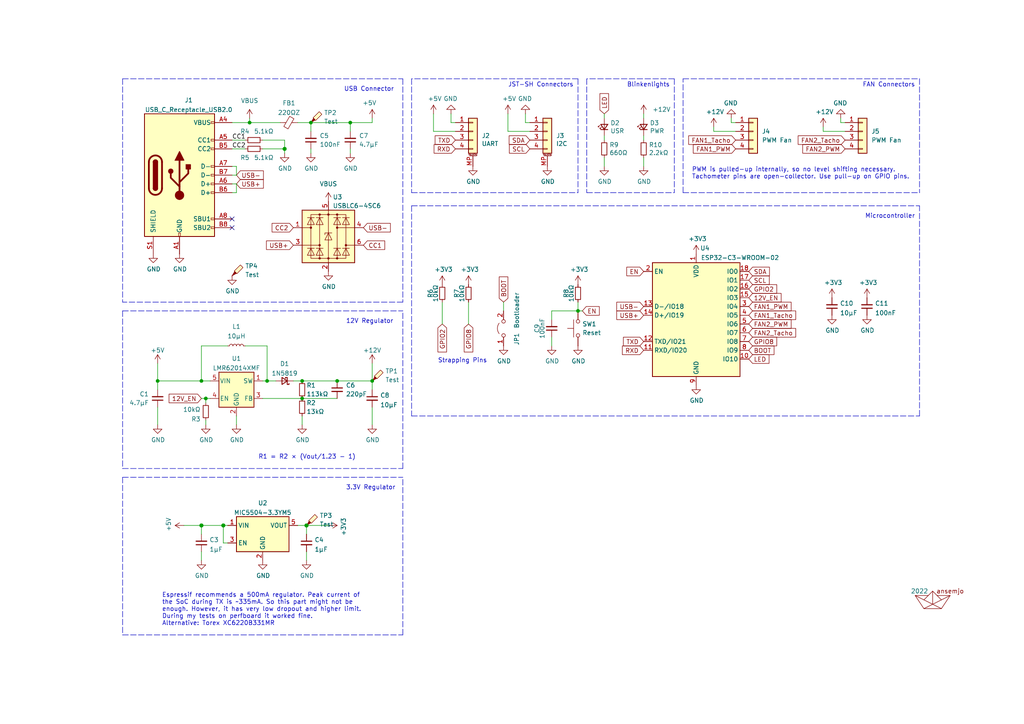
<source format=kicad_sch>
(kicad_sch (version 20211123) (generator eeschema)
  (paper "A4")
  (title_block (title "luftctl") (date "2021-09-02") (rev "1.0") (company "ansemjo") (comment 1 "PWM Fan Controller"))
  (lib_symbols
    (symbol "Connector:TestPoint_Probe" (pin_numbers hide) (pin_names (offset 0.762) hide)
      (property "Reference" "TP" (at 1.651 5.842 0))
      (property "Value" "TestPoint_Probe" (at 1.651 4.064 0))
      (symbol "TestPoint_Probe_0_1"
        (polyline (pts (xy 1.27 0.762) (xy 0 0) (xy 0.762 1.27) (xy 1.27 0.762)) (fill (type outline)))
        (polyline (pts (xy 1.397 0.635) (xy 0.635 1.397) (xy 2.413 3.175) (xy 3.175 2.413) (xy 1.397 0.635)) (fill (type background)))
      )
      (symbol "TestPoint_Probe_1_1"
        (pin passive line (at 0 0 90) (length 0) (name "1") (number "1"))
      )
    )
    (symbol "Connector:USB_C_Receptacle_USB2.0" (pin_names (offset 1.016))
      (property "Reference" "J" (at -10.16 19.05 0))
      (property "Value" "USB_C_Receptacle_USB2.0" (at 19.05 19.05 0))
      (symbol "USB_C_Receptacle_USB2.0_0_0"
        (rectangle (start -0.254 -17.78) (end 0.254 -16.764))
        (rectangle (start 10.16 -14.986) (end 9.144 -15.494))
        (rectangle (start 10.16 -12.446) (end 9.144 -12.954))
        (rectangle (start 10.16 -4.826) (end 9.144 -5.334))
        (rectangle (start 10.16 -2.286) (end 9.144 -2.794))
        (rectangle (start 10.16 0.254) (end 9.144 -0.254))
        (rectangle (start 10.16 2.794) (end 9.144 2.286))
        (rectangle (start 10.16 7.874) (end 9.144 7.366))
        (rectangle (start 10.16 10.414) (end 9.144 9.906))
        (rectangle (start 10.16 15.494) (end 9.144 14.986))
      )
      (symbol "USB_C_Receptacle_USB2.0_0_1"
        (rectangle (start -10.16 17.78) (end 10.16 -17.78) (stroke (width 0.254)) (fill (type background)))
        (arc (start -8.89 -3.81) (mid -6.985 -5.715) (end -5.08 -3.81) (stroke (width 0.508)))
        (arc (start -7.62 -3.81) (mid -6.985 -4.445) (end -6.35 -3.81) (stroke (width 0.254)))
        (arc (start -7.62 -3.81) (mid -6.985 -4.445) (end -6.35 -3.81) (stroke (width 0.254)) (fill (type outline)))
        (rectangle (start -7.62 -3.81) (end -6.35 3.81) (stroke (width 0.254)) (fill (type outline)))
        (arc (start -6.35 3.81) (mid -6.985 4.445) (end -7.62 3.81) (stroke (width 0.254)))
        (arc (start -6.35 3.81) (mid -6.985 4.445) (end -7.62 3.81) (stroke (width 0.254)) (fill (type outline)))
        (arc (start -5.08 3.81) (mid -6.985 5.715) (end -8.89 3.81) (stroke (width 0.508)))
        (circle (center -2.54 1.143) (radius 0.635) (stroke (width 0.254)) (fill (type outline)))
        (circle (center 0 -5.842) (radius 1.27) (fill (type outline)))
        (polyline (pts (xy -8.89 -3.81) (xy -8.89 3.81)) (stroke (width 0.508)))
        (polyline (pts (xy -5.08 3.81) (xy -5.08 -3.81)) (stroke (width 0.508)))
        (polyline (pts (xy 0 -5.842) (xy 0 4.318)) (stroke (width 0.508)))
        (polyline (pts (xy 0 -3.302) (xy -2.54 -0.762) (xy -2.54 0.508)) (stroke (width 0.508)))
        (polyline (pts (xy 0 -2.032) (xy 2.54 0.508) (xy 2.54 1.778)) (stroke (width 0.508)))
        (polyline (pts (xy -1.27 4.318) (xy 0 6.858) (xy 1.27 4.318) (xy -1.27 4.318)) (stroke (width 0.254)) (fill (type outline)))
        (rectangle (start 1.905 1.778) (end 3.175 3.048) (stroke (width 0.254)) (fill (type outline)))
      )
      (symbol "USB_C_Receptacle_USB2.0_1_1"
        (pin passive line (at 0 -22.86 90) (length 5.08) (name "GND") (number "A1"))
        (pin passive line (at 0 -22.86 90) (length 5.08) hide (name "GND") (number "A12"))
        (pin passive line (at 15.24 15.24 180) (length 5.08) (name "VBUS") (number "A4"))
        (pin bidirectional line (at 15.24 10.16 180) (length 5.08) (name "CC1") (number "A5"))
        (pin bidirectional line (at 15.24 -2.54 180) (length 5.08) (name "D+") (number "A6"))
        (pin bidirectional line (at 15.24 2.54 180) (length 5.08) (name "D-") (number "A7"))
        (pin bidirectional line (at 15.24 -12.7 180) (length 5.08) (name "SBU1") (number "A8"))
        (pin passive line (at 15.24 15.24 180) (length 5.08) hide (name "VBUS") (number "A9"))
        (pin passive line (at 0 -22.86 90) (length 5.08) hide (name "GND") (number "B1"))
        (pin passive line (at 0 -22.86 90) (length 5.08) hide (name "GND") (number "B12"))
        (pin passive line (at 15.24 15.24 180) (length 5.08) hide (name "VBUS") (number "B4"))
        (pin bidirectional line (at 15.24 7.62 180) (length 5.08) (name "CC2") (number "B5"))
        (pin bidirectional line (at 15.24 -5.08 180) (length 5.08) (name "D+") (number "B6"))
        (pin bidirectional line (at 15.24 0 180) (length 5.08) (name "D-") (number "B7"))
        (pin bidirectional line (at 15.24 -15.24 180) (length 5.08) (name "SBU2") (number "B8"))
        (pin passive line (at 15.24 15.24 180) (length 5.08) hide (name "VBUS") (number "B9"))
        (pin passive line (at -7.62 -22.86 90) (length 5.08) (name "SHIELD") (number "S1"))
      )
    )
    (symbol "Connector_Generic:Conn_01x04" (pin_names (offset 1.016) hide)
      (property "Reference" "J" (at 0 5.08 0))
      (property "Value" "Conn_01x04" (at 0 -7.62 0))
      (symbol "Conn_01x04_1_1"
        (rectangle (start -1.27 -4.953) (end 0 -5.207) (stroke (width 0.1524)))
        (rectangle (start -1.27 -2.413) (end 0 -2.667) (stroke (width 0.1524)))
        (rectangle (start -1.27 0.127) (end 0 -0.127) (stroke (width 0.1524)))
        (rectangle (start -1.27 2.667) (end 0 2.413) (stroke (width 0.1524)))
        (rectangle (start -1.27 3.81) (end 1.27 -6.35) (stroke (width 0.254)) (fill (type background)))
        (pin passive line (at -5.08 2.54 0) (length 3.81) (name "Pin_1") (number "1"))
        (pin passive line (at -5.08 0 0) (length 3.81) (name "Pin_2") (number "2"))
        (pin passive line (at -5.08 -2.54 0) (length 3.81) (name "Pin_3") (number "3"))
        (pin passive line (at -5.08 -5.08 0) (length 3.81) (name "Pin_4") (number "4"))
      )
    )
    (symbol "Connector_Generic_MountingPin:Conn_01x04_MountingPin" (pin_names (offset 1.016) hide)
      (property "Reference" "J" (at 0 5.08 0))
      (property "Value" "Conn_01x04_MountingPin" (at 1.27 -7.62 0))
      (symbol "Conn_01x04_MountingPin_1_1"
        (rectangle (start -1.27 -4.953) (end 0 -5.207) (stroke (width 0.1524)))
        (rectangle (start -1.27 -2.413) (end 0 -2.667) (stroke (width 0.1524)))
        (rectangle (start -1.27 0.127) (end 0 -0.127) (stroke (width 0.1524)))
        (rectangle (start -1.27 2.667) (end 0 2.413) (stroke (width 0.1524)))
        (rectangle (start -1.27 3.81) (end 1.27 -6.35) (stroke (width 0.254)) (fill (type background)))
        (polyline (pts (xy -1.016 -7.112) (xy 1.016 -7.112)) (stroke (width 0.1524)))
        (text "Mounting" (at 0 -6.731 0) (effects (font (size 0.381 0.381))))
        (pin passive line (at -5.08 2.54 0) (length 3.81) (name "Pin_1") (number "1"))
        (pin passive line (at -5.08 0 0) (length 3.81) (name "Pin_2") (number "2"))
        (pin passive line (at -5.08 -2.54 0) (length 3.81) (name "Pin_3") (number "3"))
        (pin passive line (at -5.08 -5.08 0) (length 3.81) (name "Pin_4") (number "4"))
        (pin passive line (at 0 -10.16 90) (length 3.048) (name "MountPin") (number "MP"))
      )
    )
    (symbol "Device:C_Small" (pin_numbers hide) (pin_names (offset 0.254) hide)
      (property "Reference" "C" (at 0.254 1.778 0))
      (property "Value" "C_Small" (at 0.254 -2.032 0))
      (symbol "C_Small_0_1"
        (polyline (pts (xy -1.524 -0.508) (xy 1.524 -0.508)) (stroke (width 0.3302)))
        (polyline (pts (xy -1.524 0.508) (xy 1.524 0.508)) (stroke (width 0.3048)))
      )
      (symbol "C_Small_1_1"
        (pin passive line (at 0 2.54 270) (length 2.032) (name "~") (number "1"))
        (pin passive line (at 0 -2.54 90) (length 2.032) (name "~") (number "2"))
      )
    )
    (symbol "Device:D_Schottky_Small" (pin_numbers hide) (pin_names (offset 0.254) hide)
      (property "Reference" "D" (at -1.27 2.032 0))
      (property "Value" "D_Schottky_Small" (at -7.112 -2.032 0))
      (symbol "D_Schottky_Small_0_1"
        (polyline (pts (xy -0.762 0) (xy 0.762 0)))
        (polyline (pts (xy 0.762 -1.016) (xy -0.762 0) (xy 0.762 1.016) (xy 0.762 -1.016)) (stroke (width 0.254)))
        (polyline (pts (xy -1.27 0.762) (xy -1.27 1.016) (xy -0.762 1.016) (xy -0.762 -1.016) (xy -0.254 -1.016) (xy -0.254 -0.762)) (stroke (width 0.254)))
      )
      (symbol "D_Schottky_Small_1_1"
        (pin passive line (at -2.54 0 0) (length 1.778) (name "K") (number "1"))
        (pin passive line (at 2.54 0 180) (length 1.778) (name "A") (number "2"))
      )
    )
    (symbol "Device:Ferrite_Bead_Small" (pin_numbers hide) (pin_names (offset 0))
      (property "Reference" "FB" (at 1.905 1.27 0))
      (property "Value" "Ferrite_Bead_Small" (at 1.905 -1.27 0))
      (symbol "Ferrite_Bead_Small_0_1"
        (polyline (pts (xy 0 -1.27) (xy 0 -0.7874)))
        (polyline (pts (xy 0 0.889) (xy 0 1.2954)))
        (polyline (pts (xy -1.8288 0.2794) (xy -1.1176 1.4986) (xy 1.8288 -0.2032) (xy 1.1176 -1.4224) (xy -1.8288 0.2794)))
      )
      (symbol "Ferrite_Bead_Small_1_1"
        (pin passive line (at 0 2.54 270) (length 1.27) (name "~") (number "1"))
        (pin passive line (at 0 -2.54 90) (length 1.27) (name "~") (number "2"))
      )
    )
    (symbol "Device:LED_Small" (pin_numbers hide) (pin_names (offset 0.254) hide)
      (property "Reference" "D" (at -1.27 3.175 0))
      (property "Value" "LED_Small" (at -4.445 -2.54 0))
      (symbol "LED_Small_0_1"
        (polyline (pts (xy -0.762 -1.016) (xy -0.762 1.016)) (stroke (width 0.254)))
        (polyline (pts (xy 1.016 0) (xy -0.762 0)))
        (polyline (pts (xy 0.762 -1.016) (xy -0.762 0) (xy 0.762 1.016) (xy 0.762 -1.016)) (stroke (width 0.254)))
        (polyline (pts (xy 0 0.762) (xy -0.508 1.27) (xy -0.254 1.27) (xy -0.508 1.27) (xy -0.508 1.016)))
        (polyline (pts (xy 0.508 1.27) (xy 0 1.778) (xy 0.254 1.778) (xy 0 1.778) (xy 0 1.524)))
      )
      (symbol "LED_Small_1_1"
        (pin passive line (at -2.54 0 0) (length 1.778) (name "K") (number "1"))
        (pin passive line (at 2.54 0 180) (length 1.778) (name "A") (number "2"))
      )
    )
    (symbol "Device:L_Small" (pin_numbers hide) (pin_names (offset 0.254) hide)
      (property "Reference" "L" (at 0.762 1.016 0))
      (property "Value" "L_Small" (at 0.762 -1.016 0))
      (symbol "L_Small_0_1"
        (arc (start 0 -2.032) (mid 0.508 -1.524) (end 0 -1.016))
        (arc (start 0 -1.016) (mid 0.508 -0.508) (end 0 0))
        (arc (start 0 0) (mid 0.508 0.508) (end 0 1.016))
        (arc (start 0 1.016) (mid 0.508 1.524) (end 0 2.032))
      )
      (symbol "L_Small_1_1"
        (pin passive line (at 0 2.54 270) (length 0.508) (name "~") (number "1"))
        (pin passive line (at 0 -2.54 90) (length 0.508) (name "~") (number "2"))
      )
    )
    (symbol "Device:R_Small" (pin_numbers hide) (pin_names (offset 0.254) hide)
      (property "Reference" "R" (at 0.762 0.508 0))
      (property "Value" "R_Small" (at 0.762 -1.016 0))
      (symbol "R_Small_0_1"
        (rectangle (start -0.762 1.778) (end 0.762 -1.778) (stroke (width 0.2032)))
      )
      (symbol "R_Small_1_1"
        (pin passive line (at 0 2.54 270) (length 0.762) (name "~") (number "1"))
        (pin passive line (at 0 -2.54 90) (length 0.762) (name "~") (number "2"))
      )
    )
    (symbol "Jumper:Jumper_2_Open" (pin_names (offset 0) hide)
      (property "Reference" "JP" (at 0 2.794 0))
      (property "Value" "Jumper_2_Open" (at 0 -2.286 0))
      (symbol "Jumper_2_Open_0_0"
        (circle (center -2.032 0) (radius 0.508))
        (circle (center 2.032 0) (radius 0.508))
      )
      (symbol "Jumper_2_Open_0_1"
        (arc (start 1.524 1.27) (mid 0 1.778) (end -1.524 1.27))
      )
      (symbol "Jumper_2_Open_1_1"
        (pin passive line (at -5.08 0 0) (length 2.54) (name "A") (number "1"))
        (pin passive line (at 5.08 0 180) (length 2.54) (name "B") (number "2"))
      )
    )
    (symbol "Power_Protection:USBLC6-4SC6" (pin_names hide)
      (property "Reference" "U" (at 2.54 8.89 0))
      (property "Value" "USBLC6-4SC6" (at 2.54 -8.89 0))
      (symbol "USBLC6-4SC6_0_1"
        (rectangle (start -7.62 -7.62) (end 7.62 7.62) (stroke (width 0.254)) (fill (type background)))
        (circle (center -5.08 2.54) (radius 0.254) (fill (type outline)))
        (circle (center -2.54 -6.35) (radius 0.254) (fill (type outline)))
        (circle (center -2.54 -2.54) (radius 0.254) (fill (type outline)))
        (circle (center -2.54 6.35) (radius 0.254) (fill (type outline)))
        (rectangle (start -2.54 6.35) (end 2.54 -6.35))
        (circle (center 0 -6.35) (radius 0.254) (fill (type outline)))
        (polyline (pts (xy -5.08 2.54) (xy -7.62 2.54)))
        (polyline (pts (xy -4.064 -3.429) (xy -6.096 -3.429)))
        (polyline (pts (xy -4.064 5.461) (xy -6.096 5.461)))
        (polyline (pts (xy -2.54 -2.54) (xy -7.62 -2.54)))
        (polyline (pts (xy -1.524 -3.429) (xy -3.556 -3.429)))
        (polyline (pts (xy -1.524 5.461) (xy -3.556 5.461)))
        (polyline (pts (xy 0 -7.62) (xy 0 -6.35)))
        (polyline (pts (xy 0 -6.35) (xy 0 1.27)))
        (polyline (pts (xy 0 1.27) (xy 0 6.35)))
        (polyline (pts (xy 0 6.35) (xy 0 7.62)))
        (polyline (pts (xy 1.524 -3.429) (xy 3.556 -3.429)))
        (polyline (pts (xy 1.524 5.461) (xy 3.556 5.461)))
        (polyline (pts (xy 2.54 2.54) (xy 7.62 2.54)))
        (polyline (pts (xy 4.064 -3.429) (xy 6.096 -3.429)))
        (polyline (pts (xy 4.064 5.461) (xy 6.096 5.461)))
        (polyline (pts (xy 5.08 -2.54) (xy 7.62 -2.54)))
        (polyline (pts (xy -6.096 -5.461) (xy -4.064 -5.461) (xy -5.08 -3.429) (xy -6.096 -5.461)))
        (polyline (pts (xy -6.096 3.429) (xy -4.064 3.429) (xy -5.08 5.461) (xy -6.096 3.429)))
        (polyline (pts (xy -3.556 -5.461) (xy -1.524 -5.461) (xy -2.54 -3.429) (xy -3.556 -5.461)))
        (polyline (pts (xy -3.556 3.429) (xy -1.524 3.429) (xy -2.54 5.461) (xy -3.556 3.429)))
        (polyline (pts (xy -2.54 6.35) (xy -5.08 6.35) (xy -5.08 -6.35) (xy -2.54 -6.35)))
        (polyline (pts (xy -1.016 -1.016) (xy 1.016 -1.016) (xy 0 1.016) (xy -1.016 -1.016)))
        (polyline (pts (xy 1.016 1.016) (xy 0.762 1.016) (xy -1.016 1.016) (xy -1.016 0.508)))
        (polyline (pts (xy 2.54 6.35) (xy 5.08 6.35) (xy 5.08 -6.35) (xy 2.54 -6.35)))
        (polyline (pts (xy 3.556 -5.461) (xy 1.524 -5.461) (xy 2.54 -3.429) (xy 3.556 -5.461)))
        (polyline (pts (xy 3.556 3.429) (xy 1.524 3.429) (xy 2.54 5.461) (xy 3.556 3.429)))
        (polyline (pts (xy 6.096 -5.461) (xy 4.064 -5.461) (xy 5.08 -3.429) (xy 6.096 -5.461)))
        (polyline (pts (xy 6.096 3.429) (xy 4.064 3.429) (xy 5.08 5.461) (xy 6.096 3.429)))
        (circle (center 0 6.35) (radius 0.254) (fill (type outline)))
        (circle (center 2.54 -6.35) (radius 0.254) (fill (type outline)))
        (circle (center 2.54 2.54) (radius 0.254) (fill (type outline)))
        (circle (center 2.54 6.35) (radius 0.254) (fill (type outline)))
        (circle (center 5.08 -2.54) (radius 0.254) (fill (type outline)))
      )
      (symbol "USBLC6-4SC6_1_1"
        (pin passive line (at -10.16 2.54 0) (length 2.54) (name "I/O1") (number "1"))
        (pin passive line (at 0 -10.16 90) (length 2.54) (name "GND") (number "2"))
        (pin passive line (at -10.16 -2.54 0) (length 2.54) (name "I/O2") (number "3"))
        (pin passive line (at 10.16 2.54 180) (length 2.54) (name "I/O3") (number "4"))
        (pin passive line (at 0 10.16 270) (length 2.54) (name "VBUS") (number "5"))
        (pin passive line (at 10.16 -2.54 180) (length 2.54) (name "I/O4") (number "6"))
      )
    )
    (symbol "Regulator_Linear:MIC5504-3.3YM5"
      (property "Reference" "U" (at -7.62 8.89 0))
      (property "Value" "MIC5504-3.3YM5" (at -7.62 6.35 0))
      (symbol "MIC5504-3.3YM5_0_1"
        (rectangle (start -7.62 -5.08) (end 7.62 5.08) (stroke (width 0.254)) (fill (type background)))
      )
      (symbol "MIC5504-3.3YM5_1_1"
        (pin power_in line (at -10.16 2.54 0) (length 2.54) (name "VIN") (number "1"))
        (pin power_in line (at 0 -7.62 90) (length 2.54) (name "GND") (number "2"))
        (pin input line (at -10.16 -2.54 0) (length 2.54) (name "EN") (number "3"))
        (pin no_connect line (at 7.62 -2.54 180) (length 2.54) hide (name "NC") (number "4"))
        (pin power_out line (at 10.16 2.54 180) (length 2.54) (name "VOUT") (number "5"))
      )
    )
    (symbol "Regulator_Switching:LMR62014XMF" (pin_names (offset 0.254))
      (property "Reference" "U" (at -5.08 6.35 0))
      (property "Value" "LMR62014XMF" (at 0 6.35 0))
      (symbol "LMR62014XMF_0_1"
        (rectangle (start -5.08 5.08) (end 5.08 -5.08) (stroke (width 0.254)) (fill (type background)))
      )
      (symbol "LMR62014XMF_1_1"
        (pin output line (at 7.62 2.54 180) (length 2.54) (name "SW") (number "1"))
        (pin power_in line (at 0 -7.62 90) (length 2.54) (name "GND") (number "2"))
        (pin input line (at 7.62 -2.54 180) (length 2.54) (name "FB") (number "3"))
        (pin input line (at -7.62 -2.54 0) (length 2.54) (name "EN") (number "4"))
        (pin input line (at -7.62 2.54 0) (length 2.54) (name "VIN") (number "5"))
      )
    )
    (symbol "Switch:SW_Push" (pin_numbers hide) (pin_names (offset 1.016) hide)
      (property "Reference" "SW" (at 1.27 2.54 0))
      (property "Value" "SW_Push" (at 0 -1.524 0))
      (symbol "SW_Push_0_1"
        (circle (center -2.032 0) (radius 0.508))
        (polyline (pts (xy 0 1.27) (xy 0 3.048)))
        (polyline (pts (xy 2.54 1.27) (xy -2.54 1.27)))
        (circle (center 2.032 0) (radius 0.508))
        (pin passive line (at -5.08 0 0) (length 2.54) (name "1") (number "1"))
        (pin passive line (at 5.08 0 180) (length 2.54) (name "2") (number "2"))
      )
    )
    (symbol "ansemjo:ahoi" (pin_names (offset 1.016))
      (property "Value" "ahoi" (at -3.81 0 0))
      (symbol "ahoi_0_0"
        (text "ansemjo" (at 5.08 0 0) (effects (font (size 1.27 1.27))))
      )
      (symbol "ahoi_0_1"
        (polyline (pts (xy 0 -3.81) (xy -2.54 -5.08)))
        (polyline (pts (xy 0 -3.81) (xy 2.54 -5.08)))
        (polyline (pts (xy 0 0) (xy -2.54 -2.54)))
        (polyline (pts (xy 0 0) (xy 0 -3.81)))
        (polyline (pts (xy 0 0) (xy 2.54 -2.54)))
        (polyline (pts (xy -5.08 -1.27) (xy -2.54 -5.08) (xy 2.54 -5.08) (xy 5.08 -1.27)))
        (polyline (pts (xy -1.27 -1.27) (xy -5.08 -1.27) (xy 0 -3.81) (xy 5.08 -1.27) (xy 1.27 -1.27)))
      )
    )
    (symbol "local:ESP32-C3-WROOM-02"
      (property "Reference" "U" (at -12.7 34.29 0))
      (property "Value" "ESP32-C3-WROOM-02" (at 1.27 34.29 0))
      (symbol "ESP32-C3-WROOM-02_0_1"
        (rectangle (start -12.7 33.02) (end 12.7 0) (stroke (width 0.254)) (fill (type background)))
      )
      (symbol "ESP32-C3-WROOM-02_1_1"
        (pin power_in line (at 0 35.56 270) (length 2.54) (name "VDD") (number "1"))
        (pin bidirectional line (at 15.24 5.08 180) (length 2.54) (name "IO10") (number "10"))
        (pin bidirectional line (at -15.24 7.62 0) (length 2.54) (name "RXD/IO20") (number "11"))
        (pin bidirectional line (at -15.24 10.16 0) (length 2.54) (name "TXD/IO21") (number "12"))
        (pin bidirectional line (at -15.24 20.32 0) (length 2.54) (name "D-/IO18") (number "13"))
        (pin bidirectional line (at -15.24 17.78 0) (length 2.54) (name "D+/IO19") (number "14"))
        (pin bidirectional line (at 15.24 22.86 180) (length 2.54) (name "IO3") (number "15"))
        (pin bidirectional line (at 15.24 25.4 180) (length 2.54) (name "IO2") (number "16"))
        (pin bidirectional line (at 15.24 27.94 180) (length 2.54) (name "IO1") (number "17"))
        (pin bidirectional line (at 15.24 30.48 180) (length 2.54) (name "IO0") (number "18"))
        (pin passive line (at 0 -2.54 90) (length 2.54) hide (name "GND") (number "19"))
        (pin input line (at -15.24 30.48 0) (length 2.54) (name "EN") (number "2"))
        (pin bidirectional line (at 15.24 20.32 180) (length 2.54) (name "IO4") (number "3"))
        (pin bidirectional line (at 15.24 17.78 180) (length 2.54) (name "IO5") (number "4"))
        (pin bidirectional line (at 15.24 15.24 180) (length 2.54) (name "IO6") (number "5"))
        (pin bidirectional line (at 15.24 12.7 180) (length 2.54) (name "IO7") (number "6"))
        (pin bidirectional line (at 15.24 10.16 180) (length 2.54) (name "IO8") (number "7"))
        (pin bidirectional line (at 15.24 7.62 180) (length 2.54) (name "IO9") (number "8"))
        (pin power_in line (at 0 -2.54 90) (length 2.54) (name "GND") (number "9"))
      )
    )
    (symbol "power:+12V" (power) (pin_names (offset 0))
      (property "Value" "+12V" (at 0 3.556 0))
      (symbol "+12V_0_1"
        (polyline (pts (xy -0.762 1.27) (xy 0 2.54)))
        (polyline (pts (xy 0 0) (xy 0 2.54)))
        (polyline (pts (xy 0 2.54) (xy 0.762 1.27)))
      )
      (symbol "+12V_1_1"
        (pin power_in line (at 0 0 90) (length 0) hide (name "+12V") (number "1"))
      )
    )
    (symbol "power:+3.3V" (power) (pin_names (offset 0))
      (property "Value" "+3.3V" (at 0 3.556 0))
      (symbol "+3.3V_0_1"
        (polyline (pts (xy -0.762 1.27) (xy 0 2.54)))
        (polyline (pts (xy 0 0) (xy 0 2.54)))
        (polyline (pts (xy 0 2.54) (xy 0.762 1.27)))
      )
      (symbol "+3.3V_1_1"
        (pin power_in line (at 0 0 90) (length 0) hide (name "+3V3") (number "1"))
      )
    )
    (symbol "power:+5V" (power) (pin_names (offset 0))
      (property "Value" "+5V" (at 0 3.556 0))
      (symbol "+5V_0_1"
        (polyline (pts (xy -0.762 1.27) (xy 0 2.54)))
        (polyline (pts (xy 0 0) (xy 0 2.54)))
        (polyline (pts (xy 0 2.54) (xy 0.762 1.27)))
      )
      (symbol "+5V_1_1"
        (pin power_in line (at 0 0 90) (length 0) hide (name "+5V") (number "1"))
      )
    )
    (symbol "power:GND" (power) (pin_names (offset 0))
      (property "Value" "GND" (at 0 -3.81 0))
      (symbol "GND_0_1"
        (polyline (pts (xy 0 0) (xy 0 -1.27) (xy 1.27 -1.27) (xy 0 -2.54) (xy -1.27 -1.27) (xy 0 -1.27)))
      )
      (symbol "GND_1_1"
        (pin power_in line (at 0 0 270) (length 0) hide (name "GND") (number "1"))
      )
    )
    (symbol "power:VBUS" (power) (pin_names (offset 0))
      (property "Value" "VBUS" (at 0 3.81 0))
      (symbol "VBUS_0_1"
        (polyline (pts (xy -0.762 1.27) (xy 0 2.54)))
        (polyline (pts (xy 0 0) (xy 0 2.54)))
        (polyline (pts (xy 0 2.54) (xy 0.762 1.27)))
      )
      (symbol "VBUS_1_1"
        (pin power_in line (at 0 0 90) (length 0) hide (name "VBUS") (number "1"))
      )
    )
  )
  (junction (at 58.42 110.49))
  (junction (at 167.64 90.17))
  (junction (at 58.42 152.4) (diameter 1.016))
  (junction (at 59.69 115.57))
  (junction (at 90.17 35.56))
  (junction (at 45.72 110.49))
  (junction (at 82.55 43.18) (diameter 1.016))
  (junction (at 87.63 110.49))
  (junction (at 88.9 152.4) (diameter 1.016))
  (junction (at 97.79 110.49))
  (junction (at 101.6 35.56))
  (junction (at 72.39 35.56))
  (junction (at 107.95 110.49))
  (junction (at 77.47 110.49))
  (junction (at 64.77 152.4) (diameter 1.016))
  (junction (at 87.63 115.57))
  (no_connect (at 67.31 63.5))
  (no_connect (at 67.31 66.04))
  (wire (pts (xy 186.69 33.02) (xy 186.69 34.29)))
  (wire (pts (xy 90.17 43.18) (xy 90.17 44.45)))
  (polyline (pts (xy 195.58 22.86) (xy 195.58 55.88)) (stroke (width 0) (type dash)))
  (wire (pts (xy 86.36 152.4) (xy 88.9 152.4)))
  (wire (pts (xy 88.9 152.4) (xy 95.25 152.4)))
  (wire (pts (xy 86.36 35.56) (xy 90.17 35.56)))
  (wire (pts (xy 72.39 35.56) (xy 81.28 35.56)))
  (polyline (pts (xy 119.38 59.69) (xy 119.38 120.65)))
  (wire (pts (xy 101.6 35.56) (xy 101.6 38.1)))
  (wire (pts (xy 72.39 34.29) (xy 72.39 35.56)))
  (wire (pts (xy 67.31 35.56) (xy 72.39 35.56)))
  (wire (pts (xy 90.17 35.56) (xy 101.6 35.56)))
  (polyline (pts (xy 119.38 59.69) (xy 266.7 59.69)))
  (polyline (pts (xy 35.56 22.86) (xy 35.56 87.63)))
  (wire (pts (xy 45.72 110.49) (xy 58.42 110.49)))
  (polyline (pts (xy 116.84 87.63) (xy 35.56 87.63)))
  (wire (pts (xy 212.09 34.29) (xy 212.09 35.56)))
  (wire (pts (xy 135.89 87.63) (xy 135.89 93.98)))
  (wire (pts (xy 243.84 35.56) (xy 245.11 35.56)))
  (wire (pts (xy 160.02 90.17) (xy 167.64 90.17)))
  (wire (pts (xy 67.31 43.18) (xy 71.12 43.18)))
  (wire (pts (xy 77.47 110.49) (xy 76.2 110.49)))
  (wire (pts (xy 77.47 110.49) (xy 80.01 110.49)))
  (polyline (pts (xy 35.56 184.15) (xy 116.84 184.15)))
  (wire (pts (xy 88.9 160.02) (xy 88.9 162.56)))
  (wire (pts (xy 107.95 35.56) (xy 107.95 34.29)))
  (wire (pts (xy 160.02 97.79) (xy 160.02 100.33)))
  (polyline (pts (xy 266.7 120.65) (xy 266.7 59.69)))
  (wire (pts (xy 87.63 110.49) (xy 97.79 110.49)))
  (polyline (pts (xy 35.56 22.86) (xy 116.84 22.86)))
  (polyline (pts (xy 119.38 22.86) (xy 119.38 55.88)))
  (polyline (pts (xy 266.7 22.86) (xy 266.7 55.88)))
  (wire (pts (xy 76.2 40.64) (xy 82.55 40.64)))
  (wire (pts (xy 82.55 40.64) (xy 82.55 43.18)))
  (wire (pts (xy 59.69 115.57) (xy 60.96 115.57)))
  (wire (pts (xy 101.6 43.18) (xy 101.6 44.45)))
  (wire (pts (xy 130.81 35.56) (xy 132.08 35.56)))
  (wire (pts (xy 152.4 35.56) (xy 153.67 35.56)))
  (wire (pts (xy 64.77 152.4) (xy 66.04 152.4)))
  (wire (pts (xy 64.77 157.48) (xy 64.77 152.4)))
  (wire (pts (xy 66.04 157.48) (xy 64.77 157.48)))
  (wire (pts (xy 45.72 105.41) (xy 45.72 110.49)))
  (wire (pts (xy 125.73 38.1) (xy 125.73 33.02)))
  (wire (pts (xy 238.76 36.83) (xy 238.76 38.1)))
  (wire (pts (xy 160.02 90.17) (xy 160.02 92.71)))
  (polyline (pts (xy 35.56 138.43) (xy 35.56 184.15)))
  (wire (pts (xy 175.26 45.72) (xy 175.26 48.26)))
  (wire (pts (xy 88.9 152.4) (xy 88.9 154.94)))
  (wire (pts (xy 87.63 115.57) (xy 97.79 115.57)))
  (polyline (pts (xy 195.58 22.86) (xy 170.18 22.86)) (stroke (width 0) (type dash)))
  (wire (pts (xy 107.95 118.11) (xy 107.95 123.19)))
  (wire (pts (xy 58.42 152.4) (xy 64.77 152.4)))
  (wire (pts (xy 58.42 154.94) (xy 58.42 152.4)))
  (wire (pts (xy 45.72 118.11) (xy 45.72 123.19)))
  (wire (pts (xy 186.69 39.37) (xy 186.69 40.64)))
  (wire (pts (xy 67.31 55.88) (xy 68.58 55.88)))
  (wire (pts (xy 68.58 53.34) (xy 67.31 53.34)))
  (wire (pts (xy 68.58 55.88) (xy 68.58 53.34)))
  (wire (pts (xy 132.08 38.1) (xy 125.73 38.1)))
  (wire (pts (xy 107.95 105.41) (xy 107.95 110.49)))
  (polyline (pts (xy 198.12 55.88) (xy 266.7 55.88)))
  (polyline (pts (xy 198.12 22.86) (xy 266.7 22.86)))
  (polyline (pts (xy 116.84 22.86) (xy 116.84 87.63)))
  (polyline (pts (xy 198.12 55.88) (xy 198.12 22.86)))
  (polyline (pts (xy 167.64 22.86) (xy 119.38 22.86)))
  (wire (pts (xy 67.31 48.26) (xy 68.58 48.26)))
  (wire (pts (xy 68.58 48.26) (xy 68.58 50.8)))
  (wire (pts (xy 68.58 50.8) (xy 67.31 50.8)))
  (wire (pts (xy 97.79 110.49) (xy 107.95 110.49)))
  (wire (pts (xy 213.36 38.1) (xy 207.01 38.1)))
  (wire (pts (xy 87.63 120.65) (xy 87.63 123.19)))
  (wire (pts (xy 175.26 33.02) (xy 175.26 34.29)))
  (wire (pts (xy 167.64 90.17) (xy 168.91 90.17)))
  (wire (pts (xy 58.42 100.33) (xy 66.04 100.33)))
  (wire (pts (xy 76.2 43.18) (xy 82.55 43.18)))
  (wire (pts (xy 82.55 43.18) (xy 82.55 44.45)))
  (wire (pts (xy 76.2 115.57) (xy 87.63 115.57)))
  (wire (pts (xy 153.67 38.1) (xy 147.32 38.1)))
  (wire (pts (xy 58.42 160.02) (xy 58.42 162.56)))
  (polyline (pts (xy 167.64 22.86) (xy 167.64 55.88)))
  (polyline (pts (xy 35.56 138.43) (xy 116.84 138.43)))
  (wire (pts (xy 90.17 35.56) (xy 90.17 38.1)))
  (polyline (pts (xy 170.18 55.88) (xy 195.58 55.88)) (stroke (width 0) (type dash)))
  (wire (pts (xy 45.72 110.49) (xy 45.72 113.03)))
  (wire (pts (xy 152.4 33.02) (xy 152.4 35.56)))
  (wire (pts (xy 71.12 100.33) (xy 77.47 100.33)))
  (wire (pts (xy 59.69 121.92) (xy 59.69 123.19)))
  (wire (pts (xy 245.11 38.1) (xy 238.76 38.1)))
  (wire (pts (xy 67.31 40.64) (xy 71.12 40.64)))
  (polyline (pts (xy 116.84 184.15) (xy 116.84 138.43)))
  (polyline (pts (xy 119.38 55.88) (xy 167.64 55.88)))
  (wire (pts (xy 101.6 35.56) (xy 107.95 35.56)))
  (polyline (pts (xy 116.84 135.89) (xy 116.84 90.17)))
  (polyline (pts (xy 35.56 90.17) (xy 116.84 90.17)))
  (wire (pts (xy 77.47 100.33) (xy 77.47 110.49)))
  (wire (pts (xy 58.42 110.49) (xy 60.96 110.49)))
  (polyline (pts (xy 35.56 90.17) (xy 35.56 135.89)))
  (wire (pts (xy 128.27 87.63) (xy 128.27 93.98)))
  (wire (pts (xy 175.26 39.37) (xy 175.26 40.64)))
  (wire (pts (xy 68.58 120.65) (xy 68.58 123.19)))
  (wire (pts (xy 243.84 34.29) (xy 243.84 35.56)))
  (wire (pts (xy 167.64 87.63) (xy 167.64 90.17)))
  (polyline (pts (xy 170.18 22.86) (xy 170.18 55.88)) (stroke (width 0) (type dash)))
  (wire (pts (xy 59.69 115.57) (xy 59.69 116.84)))
  (wire (pts (xy 146.05 87.63) (xy 146.05 90.17)))
  (wire (pts (xy 53.34 152.4) (xy 58.42 152.4)))
  (wire (pts (xy 58.42 100.33) (xy 58.42 110.49)))
  (wire (pts (xy 186.69 45.72) (xy 186.69 48.26)))
  (wire (pts (xy 130.81 33.02) (xy 130.81 35.56)))
  (polyline (pts (xy 35.56 135.89) (xy 116.84 135.89)))
  (wire (pts (xy 212.09 35.56) (xy 213.36 35.56)))
  (wire (pts (xy 58.42 115.57) (xy 59.69 115.57)))
  (wire (pts (xy 147.32 38.1) (xy 147.32 33.02)))
  (wire (pts (xy 85.09 110.49) (xy 87.63 110.49)))
  (wire (pts (xy 207.01 36.83) (xy 207.01 38.1)))
  (polyline (pts (xy 119.38 120.65) (xy 266.7 120.65)))
  (wire (pts (xy 107.95 110.49) (xy 107.95 113.03)))
  (text "3.3V Regulator" (at 100.33 142.24 0) (effects (font (size 1.27 1.27)) (justify left bottom)))
  (text "PWM is pulled-up internally, so no level shifting necessary.\nTachometer pins are open-collector. Use pull-up on GPIO pins." (at 200.66 52.07 0) (effects (font (size 1.27 1.27)) (justify left bottom)))
  (text "12V Regulator" (at 100.33 93.98 0) (effects (font (size 1.27 1.27)) (justify left bottom)))
  (text "Strapping Pins" (at 127 105.41 0) (effects (font (size 1.27 1.27)) (justify left bottom)))
  (text "USB Connector" (at 114.3 26.67 180) (effects (font (size 1.27 1.27)) (justify right bottom)))
  (text "JST-SH Connectors" (at 166.37 25.4 180) (effects (font (size 1.27 1.27)) (justify right bottom)))
  (text "Microcontroller" (at 265.43 63.5 180) (effects (font (size 1.27 1.27)) (justify right bottom)))
  (text "FAN Connectors" (at 265.43 25.4 180) (effects (font (size 1.27 1.27)) (justify right bottom)))
  (text "R1 = R2 × (Vout/1.23 - 1)" (at 74.93 133.35 0) (effects (font (size 1.27 1.27)) (justify left bottom)))
  (text "Blinkenlights" (at 194.31 25.4 180) (effects (font (size 1.27 1.27)) (justify right bottom)))
  (text "Espressif recommends a 500mA regulator. Peak current of\nthe SoC during TX is ~335mA. So this part might not be\nenough. However, it has very low dropout and higher limit.\nDuring my tests on perfboard it worked fine.\nAlternative: Torex XC6220B331MR" (at 46.99 181.61 0) (effects (font (size 1.27 1.27)) (justify left bottom)))
  (label "CC2" (at 67.31 43.18 0))
  (label "CC1" (at 67.31 40.64 0))
  (global_label "EN" (shape input) (at 186.69 78.74 180) (property "Intersheet References" "${INTERSHEET_REFS}" (effects hide)))
  (global_label "USB+" (shape input) (at 68.58 53.34 0) (property "Intersheet References" "${INTERSHEET_REFS}" (effects hide)))
  (global_label "FAN2_Tacho" (shape input) (at 217.17 96.52 0) (property "Intersheet References" "${INTERSHEET_REFS}" (effects hide)))
  (global_label "FAN1_Tacho" (shape input) (at 217.17 91.44 0) (property "Intersheet References" "${INTERSHEET_REFS}" (effects hide)))
  (global_label "TXD" (shape input) (at 132.08 40.64 180) (property "Intersheet References" "${INTERSHEET_REFS}" (effects hide)))
  (global_label "GPIO8" (shape input) (at 135.89 93.98 270) (property "Intersheet References" "${INTERSHEET_REFS}" (effects hide)))
  (global_label "SCL" (shape input) (at 217.17 81.28 0) (property "Intersheet References" "${INTERSHEET_REFS}" (effects hide)))
  (global_label "USB+" (shape input) (at 186.69 91.44 180) (property "Intersheet References" "${INTERSHEET_REFS}" (effects hide)))
  (global_label "FAN2_Tacho" (shape input) (at 245.11 40.64 180) (property "Intersheet References" "${INTERSHEET_REFS}" (effects hide)))
  (global_label "USB+" (shape input) (at 85.09 71.12 180) (property "Intersheet References" "${INTERSHEET_REFS}" (effects hide)))
  (global_label "12V_EN" (shape input) (at 217.17 86.36 0) (property "Intersheet References" "${INTERSHEET_REFS}" (effects hide)))
  (global_label "TXD" (shape input) (at 186.69 99.06 180) (property "Intersheet References" "${INTERSHEET_REFS}" (effects hide)))
  (global_label "FAN2_PWM" (shape input) (at 245.11 43.18 180) (property "Intersheet References" "${INTERSHEET_REFS}" (effects hide)))
  (global_label "GPIO2" (shape input) (at 128.27 93.98 270) (property "Intersheet References" "${INTERSHEET_REFS}" (effects hide)))
  (global_label "CC1" (shape input) (at 105.41 71.12 0) (property "Intersheet References" "${INTERSHEET_REFS}" (effects hide)))
  (global_label "EN" (shape input) (at 168.91 90.17 0) (property "Intersheet References" "${INTERSHEET_REFS}" (effects hide)))
  (global_label "CC2" (shape input) (at 85.09 66.04 180) (property "Intersheet References" "${INTERSHEET_REFS}" (effects hide)))
  (global_label "GPIO2" (shape input) (at 217.17 83.82 0) (property "Intersheet References" "${INTERSHEET_REFS}" (effects hide)))
  (global_label "USB-" (shape input) (at 68.58 50.8 0) (property "Intersheet References" "${INTERSHEET_REFS}" (effects hide)))
  (global_label "SDA" (shape input) (at 153.67 40.64 180) (property "Intersheet References" "${INTERSHEET_REFS}" (effects hide)))
  (global_label "FAN1_Tacho" (shape input) (at 213.36 40.64 180) (property "Intersheet References" "${INTERSHEET_REFS}" (effects hide)))
  (global_label "LED" (shape input) (at 217.17 104.14 0) (property "Intersheet References" "${INTERSHEET_REFS}" (effects hide)))
  (global_label "SDA" (shape input) (at 217.17 78.74 0) (property "Intersheet References" "${INTERSHEET_REFS}" (effects hide)))
  (global_label "FAN1_PWM" (shape input) (at 213.36 43.18 180) (property "Intersheet References" "${INTERSHEET_REFS}" (effects hide)))
  (global_label "FAN2_PWM" (shape input) (at 217.17 93.98 0) (property "Intersheet References" "${INTERSHEET_REFS}" (effects hide)))
  (global_label "RXD" (shape input) (at 132.08 43.18 180) (property "Intersheet References" "${INTERSHEET_REFS}" (effects hide)))
  (global_label "SCL" (shape input) (at 153.67 43.18 180) (property "Intersheet References" "${INTERSHEET_REFS}" (effects hide)))
  (global_label "FAN1_PWM" (shape input) (at 217.17 88.9 0) (property "Intersheet References" "${INTERSHEET_REFS}" (effects hide)))
  (global_label "LED" (shape input) (at 175.26 33.02 90) (property "Intersheet References" "${INTERSHEET_REFS}" (effects hide)))
  (global_label "USB-" (shape input) (at 105.41 66.04 0) (property "Intersheet References" "${INTERSHEET_REFS}" (effects hide)))
  (global_label "RXD" (shape input) (at 186.69 101.6 180) (property "Intersheet References" "${INTERSHEET_REFS}" (effects hide)))
  (global_label "USB-" (shape input) (at 186.69 88.9 180) (property "Intersheet References" "${INTERSHEET_REFS}" (effects hide)))
  (global_label "BOOT" (shape input) (at 217.17 101.6 0) (property "Intersheet References" "${INTERSHEET_REFS}" (effects hide)))
  (global_label "BOOT" (shape input) (at 146.05 87.63 90) (property "Intersheet References" "${INTERSHEET_REFS}" (effects hide)))
  (global_label "12V_EN" (shape input) (at 58.42 115.57 180) (property "Intersheet References" "${INTERSHEET_REFS}" (effects hide)))
  (global_label "GPIO8" (shape input) (at 217.17 99.06 0) (property "Intersheet References" "${INTERSHEET_REFS}" (effects hide)))
  (symbol (lib_id "power:+3.3V") (at 201.93 73.66 0) (unit 1)
    (property "Reference" "#PWR036" (effects hide))
    (property "Value" "+3.3V" (at 202.311 69.2658 0))
  )
  (symbol (lib_id "power:GND") (at 201.93 111.76 0) (unit 1)
    (property "Reference" "#PWR037" (effects hide))
    (property "Value" "GND" (at 202.057 116.1542 0))
  )
  (symbol (lib_id "Device:LED_Small") (at 186.69 36.83 90) (unit 1)
    (property "Reference" "D3" (at 188.468 35.6616 90) (effects (justify right)))
    (property "Value" "PWR" (at 188.468 37.973 90) (effects (justify right)))
    (property "Footprint" "LED_SMD:LED_0805_2012Metric_Pad1.15x1.40mm_HandSolder" (effects hide))
  )
  (symbol (lib_id "Device:R_Small") (at 186.69 43.18 0) (unit 1)
    (property "Reference" "R10" (at 188.1886 42.0116 0) (effects (justify left)))
    (property "Value" "2.2kΩ" (at 188.1886 44.323 0) (effects (justify left)))
    (property "Footprint" "Resistor_SMD:R_0805_2012Metric_Pad1.20x1.40mm_HandSolder" (effects hide))
  )
  (symbol (lib_id "power:GND") (at 186.69 48.26 0) (unit 1)
    (property "Reference" "#PWR035" (effects hide))
    (property "Value" "GND" (at 186.817 52.6542 0))
  )
  (symbol (lib_id "Device:LED_Small") (at 175.26 36.83 90) (unit 1)
    (property "Reference" "D2" (at 177.038 35.6616 90) (effects (justify right)))
    (property "Value" "USR" (at 177.038 37.973 90) (effects (justify right)))
    (property "Footprint" "LED_SMD:LED_0805_2012Metric_Pad1.15x1.40mm_HandSolder" (effects hide))
  )
  (symbol (lib_id "Device:R_Small") (at 175.26 43.18 0) (unit 1)
    (property "Reference" "R9" (at 176.7586 42.0116 0) (effects (justify left)))
    (property "Value" "660Ω" (at 176.7586 44.323 0) (effects (justify left)))
    (property "Footprint" "Resistor_SMD:R_0805_2012Metric_Pad1.20x1.40mm_HandSolder" (effects hide))
  )
  (symbol (lib_id "power:GND") (at 175.26 48.26 0) (unit 1)
    (property "Reference" "#PWR033" (effects hide))
    (property "Value" "GND" (at 175.387 52.6542 0))
  )
  (symbol (lib_id "power:+5V") (at 147.32 33.02 0) (unit 1)
    (property "Reference" "#PWR027" (effects hide))
    (property "Value" "+5V" (at 147.701 28.6258 0))
  )
  (symbol (lib_id "power:GND") (at 82.55 44.45 0) (unit 1)
    (property "Reference" "#PWR010" (effects hide))
    (property "Value" "GND" (at 82.677 48.8442 0))
  )
  (symbol (lib_id "power:+3.3V") (at 251.46 86.36 0) (unit 1)
    (property "Reference" "#PWR044" (effects hide))
    (property "Value" "+3.3V" (at 251.841 81.9658 0))
  )
  (symbol (lib_id "Connector_Generic:Conn_01x04") (at 218.44 38.1 0) (unit 1)
    (property "Reference" "J4" (at 220.98 38.0999 0) (effects (justify left)))
    (property "Value" "PWM Fan" (at 220.98 40.6399 0) (effects (justify left)))
    (property "Footprint" "Connector:FanPinHeader_1x04_P2.54mm_Vertical" (effects hide))
  )
  (symbol (lib_id "Device:C_Small") (at 97.79 113.03 0) (unit 1)
    (property "Reference" "C6" (at 100.33 111.76 0) (effects (justify left)))
    (property "Value" "220pF" (at 100.33 114.3 0) (effects (justify left)))
    (property "Footprint" "Capacitor_SMD:C_0805_2012Metric_Pad1.18x1.45mm_HandSolder" (effects hide))
  )
  (symbol (lib_id "Device:R_Small") (at 59.69 119.38 0) (unit 1)
    (property "Reference" "R3" (at 58.1913 121.5585 0) (effects (justify right)))
    (property "Value" "10kΩ" (at 58.1913 118.7834 0) (effects (justify right)))
    (property "Footprint" "Resistor_SMD:R_0805_2012Metric_Pad1.20x1.40mm_HandSolder" (effects hide))
  )
  (symbol (lib_id "power:GND") (at 90.17 44.45 0) (unit 1)
    (property "Reference" "#PWR013" (effects hide))
    (property "Value" "GND" (at 90.297 48.8442 0))
  )
  (symbol (lib_id "power:GND") (at 107.95 123.19 0) (unit 1)
    (property "Reference" "#PWR020" (effects hide))
    (property "Value" "GND" (at 108.077 127.5842 0))
  )
  (symbol (lib_id "power:GND") (at 160.02 100.33 0) (unit 1)
    (property "Reference" "#PWR030" (effects hide))
    (property "Value" "GND" (at 160.147 104.7242 0))
  )
  (symbol (lib_id "power:GND") (at 101.6 44.45 0) (unit 1)
    (property "Reference" "#PWR017" (effects hide))
    (property "Value" "GND" (at 101.727 48.8442 0))
  )
  (symbol (lib_id "power:GND") (at 58.42 162.56 0) (unit 1)
    (property "Reference" "#PWR06" (effects hide))
    (property "Value" "GND" (at 58.547 166.9542 0))
  )
  (symbol (lib_id "Device:R_Small") (at 87.63 113.03 0) (unit 1)
    (property "Reference" "R1" (at 88.9 111.76 0) (effects (justify left)))
    (property "Value" "113kΩ" (at 88.9 114.3 0) (effects (justify left)))
    (property "Footprint" "Resistor_SMD:R_0805_2012Metric_Pad1.20x1.40mm_HandSolder" (effects hide))
  )
  (symbol (lib_id "power:GND") (at 152.4 33.02 180) (unit 1)
    (property "Reference" "#PWR028" (effects hide))
    (property "Value" "GND" (at 152.273 28.6258 0))
  )
  (symbol (lib_id "power:+12V") (at 107.95 105.41 0) (unit 1)
    (property "Reference" "#PWR019" (effects hide))
    (property "Value" "+12V" (at 107.95 101.6 0))
  )
  (symbol (lib_id "Device:R_Small") (at 73.66 43.18 270) (unit 1)
    (property "Reference" "R5" (at 72.39 45.72 90) (effects (justify right)))
    (property "Value" "5.1kΩ" (at 73.66 45.72 90) (effects (justify left)))
    (property "Footprint" "Resistor_SMD:R_0805_2012Metric_Pad1.20x1.40mm_HandSolder" (effects hide))
  )
  (symbol (lib_id "Device:R_Small") (at 73.66 40.64 90) (unit 1)
    (property "Reference" "R4" (at 72.39 38.1 90) (effects (justify left)))
    (property "Value" "5.1kΩ" (at 73.66 38.1 90) (effects (justify right)))
    (property "Footprint" "Resistor_SMD:R_0805_2012Metric_Pad1.20x1.40mm_HandSolder" (effects hide))
  )
  (symbol (lib_id "Connector_Generic_MountingPin:Conn_01x04_MountingPin") (at 158.75 38.1 0) (unit 1)
    (property "Reference" "J3" (at 161.29 39.37 0) (effects (justify left)))
    (property "Value" "I2C" (at 161.29 41.6814 0) (effects (justify left)))
    (property "Footprint" "Connector_JST:JST_SH_SM04B-SRSS-TB_1x04-1MP_P1.00mm_Horizontal" (effects hide))
  )
  (symbol (lib_id "power:GND") (at 241.3 91.44 0) (unit 1)
    (property "Reference" "#PWR042" (effects hide))
    (property "Value" "GND" (at 241.427 95.8342 0))
  )
  (symbol (lib_id "Switch:SW_Push") (at 167.64 95.25 90) (unit 1)
    (property "Reference" "SW1" (at 168.91 93.9799 90) (effects (justify right)))
    (property "Value" "Reset" (at 168.91 96.5199 90) (effects (justify right)))
    (property "Footprint" "Button_Switch_SMD:SW_SPST_PTS810" (effects hide))
  )
  (symbol (lib_id "power:GND") (at 167.64 100.33 0) (unit 1)
    (property "Reference" "#PWR032" (effects hide))
    (property "Value" "GND" (at 167.767 104.7242 0))
  )
  (symbol (lib_id "power:GND") (at 44.45 73.66 0) (unit 1)
    (property "Reference" "#PWR0103" (effects hide))
    (property "Value" "GND" (at 44.577 78.0542 0))
  )
  (symbol (lib_id "power:+12V") (at 238.76 36.83 0) (unit 1)
    (property "Reference" "#PWR040" (effects hide))
    (property "Value" "+12V" (at 239.141 32.4358 0))
  )
  (symbol (lib_id "power:VBUS") (at 95.25 58.42 0) (unit 1)
    (property "Reference" "#PWR0101" (effects hide))
    (property "Value" "VBUS" (at 95.25 53.34 0))
  )
  (symbol (lib_id "Device:C_Small") (at 160.02 95.25 180) (unit 1)
    (property "Reference" "C9" (at 155.7613 95.25 90))
    (property "Value" "100nF" (at 157.2664 95.25 90))
    (property "Footprint" "Capacitor_SMD:C_0805_2012Metric_Pad1.18x1.45mm_HandSolder" (effects hide))
  )
  (symbol (lib_id "Device:R_Small") (at 128.27 85.09 180) (unit 1)
    (property "Reference" "R6" (at 124.8368 85.09 90))
    (property "Value" "10kΩ" (at 126.3419 85.09 90))
    (property "Footprint" "Resistor_SMD:R_0805_2012Metric_Pad1.20x1.40mm_HandSolder" (effects hide))
  )
  (symbol (lib_id "Device:C_Small") (at 88.9 157.48 0) (unit 1)
    (property "Reference" "C4" (at 91.2242 156.5715 0) (effects (justify left)))
    (property "Value" "1µF" (at 91.2242 159.3466 0) (effects (justify left)))
    (property "Footprint" "Capacitor_SMD:C_0805_2012Metric_Pad1.18x1.45mm_HandSolder" (effects hide))
  )
  (symbol (lib_id "Device:R_Small") (at 87.63 118.11 0) (unit 1)
    (property "Reference" "R2" (at 88.9 116.84 0) (effects (justify left)))
    (property "Value" "13kΩ" (at 88.9 119.38 0) (effects (justify left)))
    (property "Footprint" "Resistor_SMD:R_0805_2012Metric_Pad1.20x1.40mm_HandSolder" (effects hide))
  )
  (symbol (lib_id "Connector:TestPoint_Probe") (at 90.17 35.56 0) (unit 1)
    (property "Reference" "TP2" (at 93.98 32.7024 0) (effects (justify left)))
    (property "Value" "Test" (at 93.98 35.2424 0) (effects (justify left)))
    (property "Footprint" "TestPoint:TestPoint_THTPad_D1.5mm_Drill0.7mm" (effects hide))
  )
  (symbol (lib_id "power:GND") (at 87.63 123.19 0) (unit 1)
    (property "Reference" "#PWR011" (effects hide))
    (property "Value" "GND" (at 87.757 127.5842 0))
  )
  (symbol (lib_id "power:+5V") (at 107.95 34.29 0) (unit 1)
    (property "Reference" "#PWR018" (effects hide))
    (property "Value" "+5V" (at 107.159 29.8449 0))
  )
  (symbol (lib_id "Device:Ferrite_Bead_Small") (at 83.82 35.56 90) (unit 1)
    (property "Reference" "FB1" (at 83.82 29.8916 90))
    (property "Value" "220ΩZ" (at 83.82 32.6667 90))
    (property "Footprint" "Inductor_SMD:L_0805_2012Metric_Pad1.15x1.40mm_HandSolder" (effects hide))
  )
  (symbol (lib_id "power:+5V") (at 53.34 152.4 90) (unit 1)
    (property "Reference" "#PWR05" (effects hide))
    (property "Value" "+5V" (at 48.895 154.149 0) (effects (justify left)))
  )
  (symbol (lib_id "Device:D_Schottky_Small") (at 82.55 110.49 180) (unit 1)
    (property "Reference" "D1" (at 82.55 105.5074 0))
    (property "Value" "1N5819" (at 82.55 108.2825 0))
    (property "Footprint" "Diode_SMD:D_SOD-123" (effects hide))
  )
  (symbol (lib_id "power:+5V") (at 45.72 105.41 0) (unit 1)
    (property "Reference" "#PWR02" (effects hide))
    (property "Value" "+5V" (at 45.72 101.6 0))
  )
  (symbol (lib_id "Device:C_Small") (at 251.46 88.9 180) (unit 1)
    (property "Reference" "C11" (at 253.7842 87.9915 0) (effects (justify right)))
    (property "Value" "100nF" (at 253.7842 90.7666 0) (effects (justify right)))
    (property "Footprint" "Capacitor_SMD:C_0805_2012Metric_Pad1.18x1.45mm_HandSolder" (effects hide))
  )
  (symbol (lib_id "power:GND") (at 243.84 34.29 180) (unit 1)
    (property "Reference" "#PWR043" (effects hide))
    (property "Value" "GND" (at 243.713 29.8958 0))
  )
  (symbol (lib_id "power:+12V") (at 207.01 36.83 0) (unit 1)
    (property "Reference" "#PWR038" (effects hide))
    (property "Value" "+12V" (at 207.391 32.4358 0))
  )
  (symbol (lib_id "Device:L_Small") (at 68.58 100.33 90) (unit 1)
    (property "Reference" "L1" (at 68.58 94.7124 90))
    (property "Value" "10µH" (at 68.58 97.4875 90))
    (property "Footprint" "Inductor_SMD:L_Bourns_SRN6045TA" (effects hide))
  )
  (symbol (lib_id "power:GND") (at 67.31 80.01 0) (unit 1)
    (property "Reference" "#PWR0104" (effects hide))
    (property "Value" "GND" (at 67.437 84.4042 0))
  )
  (symbol (lib_id "power:+5V") (at 125.73 33.02 0) (unit 1)
    (property "Reference" "#PWR021" (effects hide))
    (property "Value" "+5V" (at 126.111 28.6258 0))
  )
  (symbol (lib_id "Device:C_Small") (at 45.72 115.57 180) (unit 1)
    (property "Reference" "C1" (at 43.18 114.3 0) (effects (justify left)))
    (property "Value" "4.7µF" (at 43.18 116.84 0) (effects (justify left)))
    (property "Footprint" "Capacitor_SMD:C_0805_2012Metric_Pad1.18x1.45mm_HandSolder" (effects hide))
  )
  (symbol (lib_id "Connector:TestPoint_Probe") (at 67.31 80.01 0) (unit 1)
    (property "Reference" "TP4" (at 71.12 77.1524 0) (effects (justify left)))
    (property "Value" "Test" (at 71.12 79.6924 0) (effects (justify left)))
    (property "Footprint" "TestPoint:TestPoint_THTPad_D1.5mm_Drill0.7mm" (effects hide))
  )
  (symbol (lib_id "Regulator_Switching:LMR62014XMF") (at 68.58 113.03 0) (unit 1)
    (property "Reference" "U1" (at 68.58 103.9834 0))
    (property "Value" "LMR62014XMF" (at 68.58 106.7585 0))
    (property "Footprint" "Package_TO_SOT_SMD:SOT-23-5" (effects hide))
    (property "Datasheet" "http://www.ti.com/lit/ds/symlink/lmr62014.pdf" (effects hide))
  )
  (symbol (lib_id "power:GND") (at 88.9 162.56 0) (unit 1)
    (property "Reference" "#PWR012" (effects hide))
    (property "Value" "GND" (at 89.027 166.9542 0))
  )
  (symbol (lib_id "Device:R_Small") (at 167.64 85.09 180) (unit 1)
    (property "Reference" "R8" (at 164.2068 85.09 90))
    (property "Value" "10kΩ" (at 165.7119 85.09 90))
    (property "Footprint" "Resistor_SMD:R_0805_2012Metric_Pad1.20x1.40mm_HandSolder" (effects hide))
  )
  (symbol (lib_id "power:GND") (at 146.05 100.33 0) (unit 1)
    (property "Reference" "#PWR026" (effects hide))
    (property "Value" "GND" (at 146.177 104.7242 0))
  )
  (symbol (lib_id "Jumper:Jumper_2_Open") (at 146.05 95.25 90) (unit 1)
    (property "Reference" "JP1" (at 149.86 96.52 0) (effects (justify right)))
    (property "Value" "Bootloader" (at 149.86 95.25 0) (effects (justify left)))
    (property "Footprint" "Button_Switch_SMD:SW_SPST_PTS810" (effects hide))
  )
  (symbol (lib_id "Connector:TestPoint_Probe") (at 88.9 152.4 0) (unit 1)
    (property "Reference" "TP3" (at 92.71 149.5424 0) (effects (justify left)))
    (property "Value" "Test" (at 92.71 152.0824 0) (effects (justify left)))
    (property "Footprint" "TestPoint:TestPoint_THTPad_D1.5mm_Drill0.7mm" (effects hide))
  )
  (symbol (lib_id "power:+3.3V") (at 95.25 152.4 270) (unit 1)
    (property "Reference" "#PWR016" (effects hide))
    (property "Value" "+3.3V" (at 99.6442 152.781 0))
  )
  (symbol (lib_id "power:+3.3V") (at 128.27 82.55 0) (unit 1)
    (property "Reference" "#PWR022" (effects hide))
    (property "Value" "+3.3V" (at 128.651 78.1558 0))
  )
  (symbol (lib_id "power:GND") (at 212.09 34.29 180) (unit 1)
    (property "Reference" "#PWR039" (effects hide))
    (property "Value" "GND" (at 211.963 29.8958 0))
  )
  (symbol (lib_id "power:+3.3V") (at 167.64 82.55 0) (unit 1)
    (property "Reference" "#PWR031" (effects hide))
    (property "Value" "+3.3V" (at 168.021 78.1558 0))
  )
  (symbol (lib_id "ansemjo:ahoi") (at 270.51 171.45 0) (unit 1) (on_board no)
    (property "Reference" "A1" (effects hide))
    (property "Value" "2022" (at 264.16 171.45 0) (effects (justify left)))
    (property "Footprint" "ansemjo:ahoi" (effects hide))
  )
  (symbol (lib_id "power:VBUS") (at 72.39 34.29 0) (unit 1)
    (property "Reference" "#PWR0102" (effects hide))
    (property "Value" "VBUS" (at 72.39 29.21 0))
  )
  (symbol (lib_id "Connector:USB_C_Receptacle_USB2.0") (at 52.07 50.8 0) (unit 1)
    (property "Reference" "J1" (at 54.737 29.0534 0))
    (property "Value" "USB_C_Receptacle_USB2.0" (at 54.737 31.8285 0))
    (property "Footprint" "Connector_USB:USB_C_Receptacle_HRO_TYPE-C-31-M-12" (effects hide))
    (property "Datasheet" "https://www.usb.org/sites/default/files/documents/usb_type-c.zip" (effects hide))
  )
  (symbol (lib_id "power:GND") (at 251.46 91.44 0) (unit 1)
    (property "Reference" "#PWR045" (effects hide))
    (property "Value" "GND" (at 251.587 95.8342 0))
  )
  (symbol (lib_id "Device:C_Small") (at 241.3 88.9 180) (unit 1)
    (property "Reference" "C10" (at 243.6242 87.9915 0) (effects (justify right)))
    (property "Value" "10µF" (at 243.6242 90.7666 0) (effects (justify right)))
    (property "Footprint" "Capacitor_SMD:C_0805_2012Metric_Pad1.18x1.45mm_HandSolder" (effects hide))
  )
  (symbol (lib_id "power:GND") (at 130.81 33.02 180) (unit 1)
    (property "Reference" "#PWR023" (effects hide))
    (property "Value" "GND" (at 130.683 28.6258 0))
  )
  (symbol (lib_id "power:GND") (at 137.16 48.26 0) (unit 1)
    (property "Reference" "#PWR025" (effects hide))
    (property "Value" "GND" (at 137.287 52.6542 0))
  )
  (symbol (lib_id "Device:C_Small") (at 107.95 115.57 0) (unit 1)
    (property "Reference" "C8" (at 110.2742 114.6615 0) (effects (justify left)))
    (property "Value" "10µF" (at 110.2742 117.4366 0) (effects (justify left)))
    (property "Footprint" "Capacitor_SMD:C_0805_2012Metric_Pad1.18x1.45mm_HandSolder" (effects hide))
  )
  (symbol (lib_id "power:+3.3V") (at 241.3 86.36 0) (unit 1)
    (property "Reference" "#PWR041" (effects hide))
    (property "Value" "+3.3V" (at 241.681 81.9658 0))
  )
  (symbol (lib_id "Device:C_Small") (at 101.6 40.64 180) (unit 1)
    (property "Reference" "C7" (at 104.14 39.37 0) (effects (justify right)))
    (property "Value" "4.7µF" (at 104.14 41.91 0) (effects (justify right)))
    (property "Footprint" "Capacitor_SMD:C_0805_2012Metric_Pad1.18x1.45mm_HandSolder" (effects hide))
  )
  (symbol (lib_id "Connector_Generic:Conn_01x04") (at 250.19 38.1 0) (unit 1)
    (property "Reference" "J5" (at 252.73 38.0999 0) (effects (justify left)))
    (property "Value" "PWM Fan" (at 252.73 40.6399 0) (effects (justify left)))
    (property "Footprint" "Connector:FanPinHeader_1x04_P2.54mm_Vertical" (effects hide))
  )
  (symbol (lib_id "power:GND") (at 158.75 48.26 0) (unit 1)
    (property "Reference" "#PWR029" (effects hide))
    (property "Value" "GND" (at 158.877 52.6542 0))
  )
  (symbol (lib_id "power:GND") (at 68.58 123.19 0) (unit 1)
    (property "Reference" "#PWR08" (effects hide))
    (property "Value" "GND" (at 68.707 127.5842 0))
  )
  (symbol (lib_id "Connector:TestPoint_Probe") (at 107.95 110.49 0) (unit 1)
    (property "Reference" "TP1" (at 111.76 107.6324 0) (effects (justify left)))
    (property "Value" "Test" (at 111.76 110.1724 0) (effects (justify left)))
    (property "Footprint" "TestPoint:TestPoint_THTPad_D1.5mm_Drill0.7mm" (effects hide))
  )
  (symbol (lib_id "Device:C_Small") (at 90.17 40.64 180) (unit 1)
    (property "Reference" "C5" (at 92.71 39.37 0) (effects (justify right)))
    (property "Value" "100nF" (at 92.71 41.91 0) (effects (justify right)))
    (property "Footprint" "Capacitor_SMD:C_0805_2012Metric_Pad1.18x1.45mm_HandSolder" (effects hide))
  )
  (symbol (lib_id "Device:C_Small") (at 58.42 157.48 180) (unit 1)
    (property "Reference" "C3" (at 60.7442 156.5715 0) (effects (justify right)))
    (property "Value" "1µF" (at 60.7442 159.3466 0) (effects (justify right)))
    (property "Footprint" "Capacitor_SMD:C_0805_2012Metric_Pad1.18x1.45mm_HandSolder" (effects hide))
  )
  (symbol (lib_id "power:+3.3V") (at 135.89 82.55 0) (unit 1)
    (property "Reference" "#PWR024" (effects hide))
    (property "Value" "+3.3V" (at 136.271 78.1558 0))
  )
  (symbol (lib_id "power:GND") (at 45.72 123.19 0) (unit 1)
    (property "Reference" "#PWR03" (effects hide))
    (property "Value" "GND" (at 45.847 127.5842 0))
  )
  (symbol (lib_id "power:GND") (at 95.25 78.74 0) (unit 1)
    (property "Reference" "#PWR015" (effects hide))
    (property "Value" "GND" (at 95.377 83.1342 0))
  )
  (symbol (lib_id "local:ESP32-C3-WROOM-02") (at 201.93 109.22 0) (unit 1)
    (property "Reference" "U4" (at 204.47 71.9794 0))
    (property "Value" "ESP32-C3-WROOM-02" (at 214.63 74.7545 0))
    (property "Footprint" "RF_Module:ESP-WROOM-02" (effects hide))
    (property "Datasheet" "https://www.espressif.com/sites/default/files/documentation/esp32-c3-wroom-02_datasheet_en.pdf" (effects hide))
  )
  (symbol (lib_id "Power_Protection:USBLC6-4SC6") (at 95.25 68.58 0) (unit 1)
    (property "Reference" "U3" (at 96.52 57.15 0) (effects (justify left)))
    (property "Value" "USBLC6-4SC6" (at 96.52 59.69 0) (effects (justify left)))
    (property "Footprint" "Package_TO_SOT_SMD:SOT-23-6" (effects hide))
    (property "Datasheet" "https://www.st.com/resource/en/datasheet/usblc6-4.pdf" (effects hide))
    (property "Digi-Key_PN" "497-4492-1-ND" (effects hide))
    (property "MPN" "USBLC6-4SC6" (effects hide))
    (property "Manufacturer" "ST Microelectronic" (effects hide))
  )
  (symbol (lib_id "Device:R_Small") (at 135.89 85.09 180) (unit 1)
    (property "Reference" "R7" (at 132.4568 85.09 90))
    (property "Value" "10kΩ" (at 133.9619 85.09 90))
    (property "Footprint" "Resistor_SMD:R_0805_2012Metric_Pad1.20x1.40mm_HandSolder" (effects hide))
  )
  (symbol (lib_id "Connector_Generic_MountingPin:Conn_01x04_MountingPin") (at 137.16 38.1 0) (unit 1)
    (property "Reference" "J2" (at 139.7 39.37 0) (effects (justify left)))
    (property "Value" "UART" (at 139.7 41.6814 0) (effects (justify left)))
    (property "Footprint" "Connector_JST:JST_SH_SM04B-SRSS-TB_1x04-1MP_P1.00mm_Horizontal" (effects hide))
  )
  (symbol (lib_id "Regulator_Linear:MIC5504-3.3YM5") (at 76.2 154.94 0) (unit 1)
    (property "Reference" "U2" (at 76.2 145.8934 0))
    (property "Value" "MIC5504-3.3YM5" (at 76.2 148.6685 0))
    (property "Footprint" "Package_TO_SOT_SMD:SOT-23-5" (effects hide))
    (property "Datasheet" "http://ww1.microchip.com/downloads/en/DeviceDoc/MIC550X.pdf" (effects hide))
  )
  (symbol (lib_id "power:GND") (at 59.69 123.19 0) (unit 1)
    (property "Reference" "#PWR07" (effects hide))
    (property "Value" "GND" (at 59.817 127.5842 0))
  )
  (symbol (lib_id "power:GND") (at 76.2 162.56 0) (unit 1)
    (property "Reference" "#PWR09" (effects hide))
    (property "Value" "GND" (at 76.327 166.9542 0))
  )
  (symbol (lib_id "power:GND") (at 52.07 73.66 0) (unit 1)
    (property "Reference" "#PWR04" (effects hide))
    (property "Value" "GND" (at 52.197 78.0542 0))
  )
  (symbol (lib_id "power:+12V") (at 186.69 33.02 0) (unit 1)
    (property "Reference" "#PWR034" (effects hide))
    (property "Value" "+12V" (at 189.23 31.7499 0) (effects (justify left)))
  )
)
</source>
